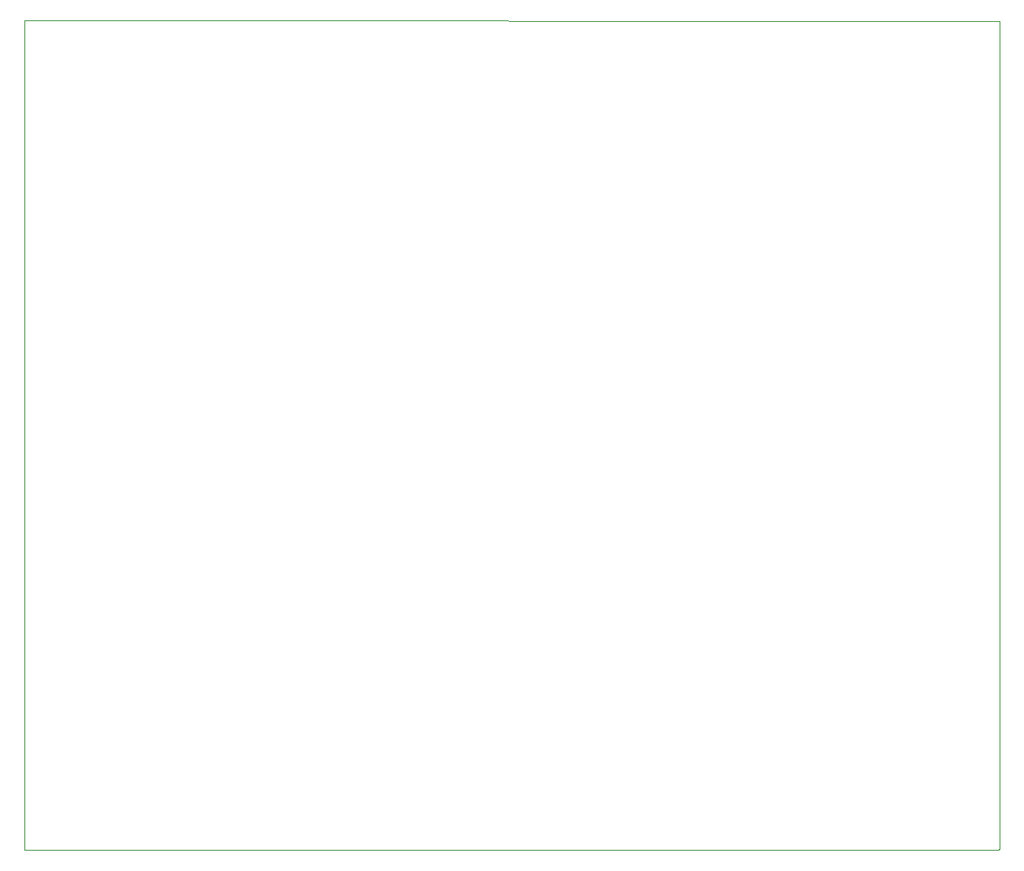
<source format=gm1>
G04*
G04 #@! TF.GenerationSoftware,Altium Limited,Altium Designer,24.1.2 (44)*
G04*
G04 Layer_Color=0*
%FSLAX44Y44*%
%MOMM*%
G71*
G04*
G04 #@! TF.SameCoordinates,698A4BB8-AFC2-4E79-BE2A-6700BE31F3AB*
G04*
G04*
G04 #@! TF.FilePolarity,Positive*
G04*
G01*
G75*
%ADD98C,0.0254*%
D98*
X266Y863558D02*
X0Y863292D01*
Y0D01*
X1012750D01*
X1014000Y1250D01*
Y862750D01*
X266Y863558D01*
M02*

</source>
